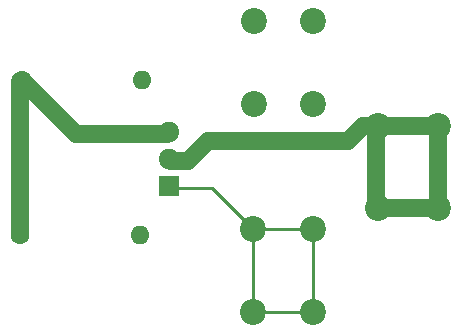
<source format=gbr>
G04 #@! TF.GenerationSoftware,KiCad,Pcbnew,(5.1.5)-3*
G04 #@! TF.CreationDate,2020-04-11T23:13:17-04:00*
G04 #@! TF.ProjectId,BurnWire_Circuit,4275726e-5769-4726-955f-436972637569,rev?*
G04 #@! TF.SameCoordinates,Original*
G04 #@! TF.FileFunction,Copper,L1,Top*
G04 #@! TF.FilePolarity,Positive*
%FSLAX46Y46*%
G04 Gerber Fmt 4.6, Leading zero omitted, Abs format (unit mm)*
G04 Created by KiCad (PCBNEW (5.1.5)-3) date 2020-04-11 23:13:17*
%MOMM*%
%LPD*%
G04 APERTURE LIST*
%ADD10C,2.200000*%
%ADD11O,1.600000X1.600000*%
%ADD12C,1.600000*%
%ADD13O,1.800000X1.717500*%
%ADD14R,1.800000X1.717500*%
%ADD15C,0.250000*%
%ADD16C,1.500000*%
G04 APERTURE END LIST*
D10*
X199610000Y-82719600D03*
X204639200Y-82719600D03*
X204639200Y-89730000D03*
X199610000Y-89730000D03*
X199650000Y-65099600D03*
X204679200Y-65099600D03*
X204679200Y-72110000D03*
X199650000Y-72110000D03*
X210200000Y-73939600D03*
X215229200Y-73939600D03*
X215229200Y-80950000D03*
X210200000Y-80950000D03*
D11*
X190169800Y-70078600D03*
D12*
X180009800Y-70078600D03*
D11*
X190055500Y-83223100D03*
D12*
X179895500Y-83223100D03*
D13*
X192460000Y-74490000D03*
X192460000Y-76780000D03*
D14*
X192460000Y-79070000D03*
D15*
X201165634Y-82719600D02*
X204639200Y-82719600D01*
X199610000Y-82719600D02*
X201165634Y-82719600D01*
X204639200Y-84275234D02*
X204639200Y-89730000D01*
X204639200Y-82719600D02*
X204639200Y-84275234D01*
X204639200Y-89730000D02*
X199610000Y-89730000D01*
X199610000Y-88174366D02*
X199610000Y-82719600D01*
X199610000Y-89730000D02*
X199610000Y-88174366D01*
X192638000Y-79248000D02*
X192460000Y-79070000D01*
X199610000Y-82719600D02*
X196138400Y-79248000D01*
X196138400Y-79248000D02*
X192638000Y-79248000D01*
X179895500Y-70192900D02*
X180009800Y-70078600D01*
D16*
X179895500Y-83223100D02*
X179895500Y-70192900D01*
X180009800Y-70078600D02*
X184611200Y-74680000D01*
D15*
X192270000Y-74680000D02*
X192460000Y-74490000D01*
D16*
X184611200Y-74680000D02*
X192270000Y-74680000D01*
X211755634Y-73939600D02*
X215229200Y-73939600D01*
X210200000Y-73939600D02*
X211755634Y-73939600D01*
X215229200Y-75495234D02*
X215229200Y-80950000D01*
X215229200Y-73939600D02*
X215229200Y-75495234D01*
X213673566Y-80950000D02*
X210200000Y-80950000D01*
X215229200Y-80950000D02*
X213673566Y-80950000D01*
D15*
X210220000Y-73959600D02*
X210200000Y-73939600D01*
X210200000Y-80950000D02*
X210220000Y-80930000D01*
X192638000Y-76958000D02*
X192460000Y-76780000D01*
D16*
X210010000Y-74169600D02*
X210220000Y-73959600D01*
X210220000Y-80930000D02*
X210010000Y-80720000D01*
X210010000Y-80720000D02*
X210010000Y-74169600D01*
X194082000Y-76958000D02*
X192638000Y-76958000D01*
X210199600Y-73940000D02*
X208900000Y-73940000D01*
X208900000Y-73940000D02*
X207600000Y-75240000D01*
X210200000Y-73939600D02*
X210199600Y-73940000D01*
X207600000Y-75240000D02*
X195800000Y-75240000D01*
X195800000Y-75240000D02*
X194082000Y-76958000D01*
M02*

</source>
